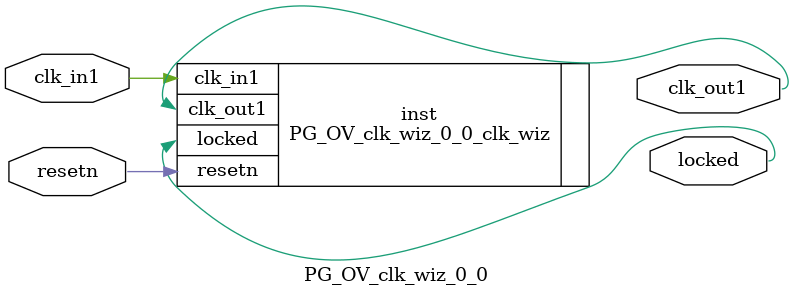
<source format=v>


`timescale 1ps/1ps

(* CORE_GENERATION_INFO = "PG_OV_clk_wiz_0_0,clk_wiz_v6_0_3_0_0,{component_name=PG_OV_clk_wiz_0_0,use_phase_alignment=true,use_min_o_jitter=false,use_max_i_jitter=false,use_dyn_phase_shift=false,use_inclk_switchover=false,use_dyn_reconfig=false,enable_axi=0,feedback_source=FDBK_AUTO,PRIMITIVE=PLL,num_out_clk=1,clkin1_period=8.000,clkin2_period=10.0,use_power_down=false,use_reset=true,use_locked=true,use_inclk_stopped=false,feedback_type=SINGLE,CLOCK_MGR_TYPE=NA,manual_override=false}" *)

module PG_OV_clk_wiz_0_0 
 (
  // Clock out ports
  output        clk_out1,
  // Status and control signals
  input         resetn,
  output        locked,
 // Clock in ports
  input         clk_in1
 );

  PG_OV_clk_wiz_0_0_clk_wiz inst
  (
  // Clock out ports  
  .clk_out1(clk_out1),
  // Status and control signals               
  .resetn(resetn), 
  .locked(locked),
 // Clock in ports
  .clk_in1(clk_in1)
  );

endmodule

</source>
